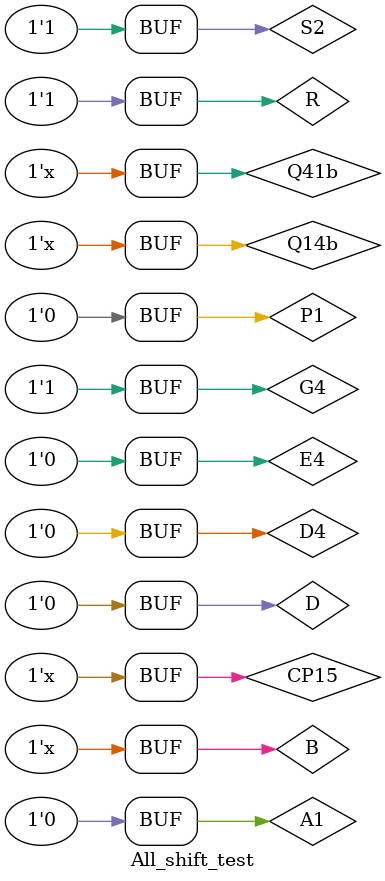
<source format=v>
module All_shift_test();
reg R,D,A1,G4,S2,Q14b,Q41b,E4,D4,CP15,P1;
wire B,L3,G2;

All_shift  Ash1(.R(R),.A1(A1),.G4(G4),.S2(S2),.D(D),.Q14b(Q14b),
	.Q41b(Q41b),.E4(E4),.D4(D4),.B(B),.CP15(CP15),.P1(P1),
		.L3(L3),.G2(G2));

initial
begin
D=0;
R=0;
A1=0;
G4=1;
S2=1;
E4=0;
D4=0;
CP15=0;
P1=0;
Q14b=0;
Q41b=0;
//B=0;
#3  R=1;
#2  P1=1;
#2  A1=1;
#5  A1=0;
#3 P1=0;

/*repeat(100)
begin
#1003 A1=1;
#5 A1=0;
end*/
   
repeat(100)
begin   
#1000 P1=1;
#10 P1=0;   
end

end

always
begin
#5 CP15=~CP15;
end

/*always
begin
#5 B=~B;
end*/

assign #3 B=CP15;

always
begin
#50 Q14b=~Q14b;
end

always
begin
#10000 Q41b=~Q41b;
end

endmodule 


</source>
